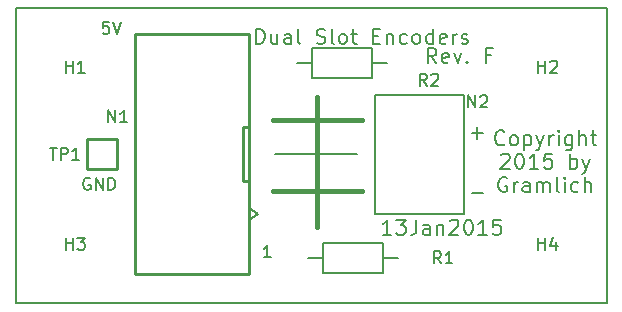
<source format=gto>
%FSLAX36Y36*%
G04 Gerber Fmt 3.6, Leading zero omitted, Abs format (unit inch)*
G04 Created by KiCad (PCBNEW (2014-jul-16 BZR unknown)-product) date Tue 13 Jan 2015 02:04:58 PM PST*
%MOIN*%
G01*
G04 APERTURE LIST*
%ADD10C,0.003937*%
%ADD11C,0.008000*%
%ADD12C,0.015748*%
%ADD13C,0.007874*%
%ADD14C,0.005906*%
%ADD15C,0.010000*%
G04 APERTURE END LIST*
D10*
D11*
X5187952Y-4692619D02*
X5159381Y-4692619D01*
X5173667Y-4692619D02*
X5173667Y-4642619D01*
X5168905Y-4649762D01*
X5164143Y-4654524D01*
X5159381Y-4656905D01*
X5204619Y-4642619D02*
X5235571Y-4642619D01*
X5218905Y-4661667D01*
X5226048Y-4661667D01*
X5230810Y-4664048D01*
X5233190Y-4666429D01*
X5235571Y-4671190D01*
X5235571Y-4683095D01*
X5233190Y-4687857D01*
X5230810Y-4690238D01*
X5226048Y-4692619D01*
X5211762Y-4692619D01*
X5207000Y-4690238D01*
X5204619Y-4687857D01*
X5271286Y-4642619D02*
X5271286Y-4678333D01*
X5268905Y-4685476D01*
X5264143Y-4690238D01*
X5257000Y-4692619D01*
X5252238Y-4692619D01*
X5316524Y-4692619D02*
X5316524Y-4666429D01*
X5314143Y-4661667D01*
X5309381Y-4659286D01*
X5299857Y-4659286D01*
X5295095Y-4661667D01*
X5316524Y-4690238D02*
X5311762Y-4692619D01*
X5299857Y-4692619D01*
X5295095Y-4690238D01*
X5292714Y-4685476D01*
X5292714Y-4680714D01*
X5295095Y-4675952D01*
X5299857Y-4673571D01*
X5311762Y-4673571D01*
X5316524Y-4671190D01*
X5340333Y-4659286D02*
X5340333Y-4692619D01*
X5340333Y-4664048D02*
X5342714Y-4661667D01*
X5347476Y-4659286D01*
X5354619Y-4659286D01*
X5359381Y-4661667D01*
X5361762Y-4666429D01*
X5361762Y-4692619D01*
X5383191Y-4647381D02*
X5385571Y-4645000D01*
X5390333Y-4642619D01*
X5402238Y-4642619D01*
X5407000Y-4645000D01*
X5409381Y-4647381D01*
X5411762Y-4652143D01*
X5411762Y-4656905D01*
X5409381Y-4664048D01*
X5380810Y-4692619D01*
X5411762Y-4692619D01*
X5442714Y-4642619D02*
X5447476Y-4642619D01*
X5452238Y-4645000D01*
X5454619Y-4647381D01*
X5457000Y-4652143D01*
X5459381Y-4661667D01*
X5459381Y-4673571D01*
X5457000Y-4683095D01*
X5454619Y-4687857D01*
X5452238Y-4690238D01*
X5447476Y-4692619D01*
X5442714Y-4692619D01*
X5437952Y-4690238D01*
X5435571Y-4687857D01*
X5433191Y-4683095D01*
X5430810Y-4673571D01*
X5430810Y-4661667D01*
X5433191Y-4652143D01*
X5435571Y-4647381D01*
X5437952Y-4645000D01*
X5442714Y-4642619D01*
X5507000Y-4692619D02*
X5478429Y-4692619D01*
X5492714Y-4692619D02*
X5492714Y-4642619D01*
X5487952Y-4649762D01*
X5483191Y-4654524D01*
X5478429Y-4656905D01*
X5552238Y-4642619D02*
X5528429Y-4642619D01*
X5526048Y-4666429D01*
X5528429Y-4664048D01*
X5533191Y-4661667D01*
X5545095Y-4661667D01*
X5549857Y-4664048D01*
X5552238Y-4666429D01*
X5554619Y-4671190D01*
X5554619Y-4683095D01*
X5552238Y-4687857D01*
X5549857Y-4690238D01*
X5545095Y-4692619D01*
X5533191Y-4692619D01*
X5528429Y-4690238D01*
X5526048Y-4687857D01*
X5075000Y-4425000D02*
X4800000Y-4425000D01*
X5494048Y-4553571D02*
X5455952Y-4553571D01*
X5494048Y-4353571D02*
X5455952Y-4353571D01*
X5475000Y-4372619D02*
X5475000Y-4334524D01*
X4246190Y-3983095D02*
X4227143Y-3983095D01*
X4225238Y-4002143D01*
X4227143Y-4000238D01*
X4230952Y-3998333D01*
X4240476Y-3998333D01*
X4244286Y-4000238D01*
X4246190Y-4002143D01*
X4248095Y-4005952D01*
X4248095Y-4015476D01*
X4246190Y-4019286D01*
X4244286Y-4021190D01*
X4240476Y-4023095D01*
X4230952Y-4023095D01*
X4227143Y-4021190D01*
X4225238Y-4019286D01*
X4259524Y-3983095D02*
X4272857Y-4023095D01*
X4286190Y-3983095D01*
X4183571Y-4505000D02*
X4179762Y-4503095D01*
X4174048Y-4503095D01*
X4168333Y-4505000D01*
X4164524Y-4508810D01*
X4162619Y-4512619D01*
X4160714Y-4520238D01*
X4160714Y-4525952D01*
X4162619Y-4533571D01*
X4164524Y-4537381D01*
X4168333Y-4541190D01*
X4174048Y-4543095D01*
X4177857Y-4543095D01*
X4183571Y-4541190D01*
X4185476Y-4539286D01*
X4185476Y-4525952D01*
X4177857Y-4525952D01*
X4202619Y-4543095D02*
X4202619Y-4503095D01*
X4225476Y-4543095D01*
X4225476Y-4503095D01*
X4244524Y-4543095D02*
X4244524Y-4503095D01*
X4254048Y-4503095D01*
X4259762Y-4505000D01*
X4263571Y-4508810D01*
X4265476Y-4512619D01*
X4267381Y-4520238D01*
X4267381Y-4525952D01*
X4265476Y-4533571D01*
X4263571Y-4537381D01*
X4259762Y-4541190D01*
X4254048Y-4543095D01*
X4244524Y-4543095D01*
X4786429Y-4768095D02*
X4763571Y-4768095D01*
X4775000Y-4768095D02*
X4775000Y-4728095D01*
X4771191Y-4733810D01*
X4767381Y-4737619D01*
X4763571Y-4739524D01*
D12*
X4793307Y-4311024D02*
X5088583Y-4311024D01*
D11*
X5564286Y-4389857D02*
X5561905Y-4392238D01*
X5554762Y-4394619D01*
X5550000Y-4394619D01*
X5542857Y-4392238D01*
X5538095Y-4387476D01*
X5535714Y-4382714D01*
X5533333Y-4373190D01*
X5533333Y-4366048D01*
X5535714Y-4356524D01*
X5538095Y-4351762D01*
X5542857Y-4347000D01*
X5550000Y-4344619D01*
X5554762Y-4344619D01*
X5561905Y-4347000D01*
X5564286Y-4349381D01*
X5592857Y-4394619D02*
X5588095Y-4392238D01*
X5585714Y-4389857D01*
X5583333Y-4385095D01*
X5583333Y-4370810D01*
X5585714Y-4366048D01*
X5588095Y-4363667D01*
X5592857Y-4361286D01*
X5600000Y-4361286D01*
X5604762Y-4363667D01*
X5607143Y-4366048D01*
X5609524Y-4370810D01*
X5609524Y-4385095D01*
X5607143Y-4389857D01*
X5604762Y-4392238D01*
X5600000Y-4394619D01*
X5592857Y-4394619D01*
X5630952Y-4361286D02*
X5630952Y-4411286D01*
X5630952Y-4363667D02*
X5635714Y-4361286D01*
X5645238Y-4361286D01*
X5650000Y-4363667D01*
X5652381Y-4366048D01*
X5654762Y-4370810D01*
X5654762Y-4385095D01*
X5652381Y-4389857D01*
X5650000Y-4392238D01*
X5645238Y-4394619D01*
X5635714Y-4394619D01*
X5630952Y-4392238D01*
X5671429Y-4361286D02*
X5683333Y-4394619D01*
X5695238Y-4361286D02*
X5683333Y-4394619D01*
X5678571Y-4406524D01*
X5676191Y-4408905D01*
X5671429Y-4411286D01*
X5714286Y-4394619D02*
X5714286Y-4361286D01*
X5714286Y-4370810D02*
X5716667Y-4366048D01*
X5719048Y-4363667D01*
X5723810Y-4361286D01*
X5728571Y-4361286D01*
X5745238Y-4394619D02*
X5745238Y-4361286D01*
X5745238Y-4344619D02*
X5742857Y-4347000D01*
X5745238Y-4349381D01*
X5747619Y-4347000D01*
X5745238Y-4344619D01*
X5745238Y-4349381D01*
X5790476Y-4361286D02*
X5790476Y-4401762D01*
X5788095Y-4406524D01*
X5785714Y-4408905D01*
X5780952Y-4411286D01*
X5773810Y-4411286D01*
X5769048Y-4408905D01*
X5790476Y-4392238D02*
X5785714Y-4394619D01*
X5776191Y-4394619D01*
X5771429Y-4392238D01*
X5769048Y-4389857D01*
X5766667Y-4385095D01*
X5766667Y-4370810D01*
X5769048Y-4366048D01*
X5771429Y-4363667D01*
X5776191Y-4361286D01*
X5785714Y-4361286D01*
X5790476Y-4363667D01*
X5814286Y-4394619D02*
X5814286Y-4344619D01*
X5835714Y-4394619D02*
X5835714Y-4368429D01*
X5833333Y-4363667D01*
X5828571Y-4361286D01*
X5821429Y-4361286D01*
X5816667Y-4363667D01*
X5814286Y-4366048D01*
X5852381Y-4361286D02*
X5871429Y-4361286D01*
X5859524Y-4344619D02*
X5859524Y-4387476D01*
X5861905Y-4392238D01*
X5866667Y-4394619D01*
X5871429Y-4394619D01*
X5553571Y-4427381D02*
X5555952Y-4425000D01*
X5560714Y-4422619D01*
X5572619Y-4422619D01*
X5577381Y-4425000D01*
X5579762Y-4427381D01*
X5582143Y-4432143D01*
X5582143Y-4436905D01*
X5579762Y-4444048D01*
X5551190Y-4472619D01*
X5582143Y-4472619D01*
X5613095Y-4422619D02*
X5617857Y-4422619D01*
X5622619Y-4425000D01*
X5625000Y-4427381D01*
X5627381Y-4432143D01*
X5629762Y-4441667D01*
X5629762Y-4453571D01*
X5627381Y-4463095D01*
X5625000Y-4467857D01*
X5622619Y-4470238D01*
X5617857Y-4472619D01*
X5613095Y-4472619D01*
X5608333Y-4470238D01*
X5605952Y-4467857D01*
X5603571Y-4463095D01*
X5601190Y-4453571D01*
X5601190Y-4441667D01*
X5603571Y-4432143D01*
X5605952Y-4427381D01*
X5608333Y-4425000D01*
X5613095Y-4422619D01*
X5677381Y-4472619D02*
X5648810Y-4472619D01*
X5663095Y-4472619D02*
X5663095Y-4422619D01*
X5658333Y-4429762D01*
X5653571Y-4434524D01*
X5648810Y-4436905D01*
X5722619Y-4422619D02*
X5698810Y-4422619D01*
X5696429Y-4446429D01*
X5698810Y-4444048D01*
X5703571Y-4441667D01*
X5715476Y-4441667D01*
X5720238Y-4444048D01*
X5722619Y-4446429D01*
X5725000Y-4451190D01*
X5725000Y-4463095D01*
X5722619Y-4467857D01*
X5720238Y-4470238D01*
X5715476Y-4472619D01*
X5703571Y-4472619D01*
X5698810Y-4470238D01*
X5696429Y-4467857D01*
X5784524Y-4472619D02*
X5784524Y-4422619D01*
X5784524Y-4441667D02*
X5789286Y-4439286D01*
X5798810Y-4439286D01*
X5803571Y-4441667D01*
X5805952Y-4444048D01*
X5808333Y-4448810D01*
X5808333Y-4463095D01*
X5805952Y-4467857D01*
X5803571Y-4470238D01*
X5798810Y-4472619D01*
X5789286Y-4472619D01*
X5784524Y-4470238D01*
X5825000Y-4439286D02*
X5836905Y-4472619D01*
X5848810Y-4439286D02*
X5836905Y-4472619D01*
X5832143Y-4484524D01*
X5829762Y-4486905D01*
X5825000Y-4489286D01*
X5572619Y-4503000D02*
X5567857Y-4500619D01*
X5560714Y-4500619D01*
X5553571Y-4503000D01*
X5548810Y-4507762D01*
X5546429Y-4512524D01*
X5544048Y-4522048D01*
X5544048Y-4529190D01*
X5546429Y-4538714D01*
X5548810Y-4543476D01*
X5553571Y-4548238D01*
X5560714Y-4550619D01*
X5565476Y-4550619D01*
X5572619Y-4548238D01*
X5575000Y-4545857D01*
X5575000Y-4529190D01*
X5565476Y-4529190D01*
X5596429Y-4550619D02*
X5596429Y-4517286D01*
X5596429Y-4526810D02*
X5598810Y-4522048D01*
X5601190Y-4519667D01*
X5605952Y-4517286D01*
X5610714Y-4517286D01*
X5648810Y-4550619D02*
X5648810Y-4524429D01*
X5646429Y-4519667D01*
X5641667Y-4517286D01*
X5632143Y-4517286D01*
X5627381Y-4519667D01*
X5648810Y-4548238D02*
X5644048Y-4550619D01*
X5632143Y-4550619D01*
X5627381Y-4548238D01*
X5625000Y-4543476D01*
X5625000Y-4538714D01*
X5627381Y-4533952D01*
X5632143Y-4531571D01*
X5644048Y-4531571D01*
X5648810Y-4529190D01*
X5672619Y-4550619D02*
X5672619Y-4517286D01*
X5672619Y-4522048D02*
X5675000Y-4519667D01*
X5679762Y-4517286D01*
X5686905Y-4517286D01*
X5691667Y-4519667D01*
X5694048Y-4524429D01*
X5694048Y-4550619D01*
X5694048Y-4524429D02*
X5696429Y-4519667D01*
X5701190Y-4517286D01*
X5708333Y-4517286D01*
X5713095Y-4519667D01*
X5715476Y-4524429D01*
X5715476Y-4550619D01*
X5746429Y-4550619D02*
X5741667Y-4548238D01*
X5739286Y-4543476D01*
X5739286Y-4500619D01*
X5765476Y-4550619D02*
X5765476Y-4517286D01*
X5765476Y-4500619D02*
X5763095Y-4503000D01*
X5765476Y-4505381D01*
X5767857Y-4503000D01*
X5765476Y-4500619D01*
X5765476Y-4505381D01*
X5810714Y-4548238D02*
X5805952Y-4550619D01*
X5796429Y-4550619D01*
X5791667Y-4548238D01*
X5789286Y-4545857D01*
X5786905Y-4541095D01*
X5786905Y-4526810D01*
X5789286Y-4522048D01*
X5791667Y-4519667D01*
X5796429Y-4517286D01*
X5805952Y-4517286D01*
X5810714Y-4519667D01*
X5832143Y-4550619D02*
X5832143Y-4500619D01*
X5853571Y-4550619D02*
X5853571Y-4524429D01*
X5851190Y-4519667D01*
X5846429Y-4517286D01*
X5839286Y-4517286D01*
X5834524Y-4519667D01*
X5832143Y-4522048D01*
X5337619Y-4120619D02*
X5320952Y-4096810D01*
X5309048Y-4120619D02*
X5309048Y-4070619D01*
X5328095Y-4070619D01*
X5332857Y-4073000D01*
X5335238Y-4075381D01*
X5337619Y-4080143D01*
X5337619Y-4087286D01*
X5335238Y-4092048D01*
X5332857Y-4094429D01*
X5328095Y-4096810D01*
X5309048Y-4096810D01*
X5378095Y-4118238D02*
X5373333Y-4120619D01*
X5363810Y-4120619D01*
X5359048Y-4118238D01*
X5356667Y-4113476D01*
X5356667Y-4094429D01*
X5359048Y-4089667D01*
X5363810Y-4087286D01*
X5373333Y-4087286D01*
X5378095Y-4089667D01*
X5380476Y-4094429D01*
X5380476Y-4099190D01*
X5356667Y-4103952D01*
X5397143Y-4087286D02*
X5409048Y-4120619D01*
X5420952Y-4087286D01*
X5440000Y-4115857D02*
X5442381Y-4118238D01*
X5440000Y-4120619D01*
X5437619Y-4118238D01*
X5440000Y-4115857D01*
X5440000Y-4120619D01*
X5518571Y-4094429D02*
X5501905Y-4094429D01*
X5501905Y-4120619D02*
X5501905Y-4070619D01*
X5525714Y-4070619D01*
X4737119Y-4056119D02*
X4737119Y-4006119D01*
X4749024Y-4006119D01*
X4756167Y-4008500D01*
X4760929Y-4013262D01*
X4763310Y-4018024D01*
X4765690Y-4027548D01*
X4765690Y-4034690D01*
X4763310Y-4044214D01*
X4760929Y-4048976D01*
X4756167Y-4053738D01*
X4749024Y-4056119D01*
X4737119Y-4056119D01*
X4808548Y-4022786D02*
X4808548Y-4056119D01*
X4787119Y-4022786D02*
X4787119Y-4048976D01*
X4789500Y-4053738D01*
X4794262Y-4056119D01*
X4801405Y-4056119D01*
X4806167Y-4053738D01*
X4808548Y-4051357D01*
X4853786Y-4056119D02*
X4853786Y-4029929D01*
X4851405Y-4025167D01*
X4846643Y-4022786D01*
X4837119Y-4022786D01*
X4832357Y-4025167D01*
X4853786Y-4053738D02*
X4849024Y-4056119D01*
X4837119Y-4056119D01*
X4832357Y-4053738D01*
X4829976Y-4048976D01*
X4829976Y-4044214D01*
X4832357Y-4039452D01*
X4837119Y-4037071D01*
X4849024Y-4037071D01*
X4853786Y-4034690D01*
X4884738Y-4056119D02*
X4879976Y-4053738D01*
X4877595Y-4048976D01*
X4877595Y-4006119D01*
X4939500Y-4053738D02*
X4946643Y-4056119D01*
X4958548Y-4056119D01*
X4963310Y-4053738D01*
X4965691Y-4051357D01*
X4968071Y-4046595D01*
X4968071Y-4041833D01*
X4965691Y-4037071D01*
X4963310Y-4034690D01*
X4958548Y-4032310D01*
X4949024Y-4029929D01*
X4944262Y-4027548D01*
X4941881Y-4025167D01*
X4939500Y-4020405D01*
X4939500Y-4015643D01*
X4941881Y-4010881D01*
X4944262Y-4008500D01*
X4949024Y-4006119D01*
X4960929Y-4006119D01*
X4968071Y-4008500D01*
X4996643Y-4056119D02*
X4991881Y-4053738D01*
X4989500Y-4048976D01*
X4989500Y-4006119D01*
X5022833Y-4056119D02*
X5018071Y-4053738D01*
X5015691Y-4051357D01*
X5013310Y-4046595D01*
X5013310Y-4032310D01*
X5015691Y-4027548D01*
X5018071Y-4025167D01*
X5022833Y-4022786D01*
X5029976Y-4022786D01*
X5034738Y-4025167D01*
X5037119Y-4027548D01*
X5039500Y-4032310D01*
X5039500Y-4046595D01*
X5037119Y-4051357D01*
X5034738Y-4053738D01*
X5029976Y-4056119D01*
X5022833Y-4056119D01*
X5053786Y-4022786D02*
X5072833Y-4022786D01*
X5060929Y-4006119D02*
X5060929Y-4048976D01*
X5063310Y-4053738D01*
X5068071Y-4056119D01*
X5072833Y-4056119D01*
X5127595Y-4029929D02*
X5144262Y-4029929D01*
X5151405Y-4056119D02*
X5127595Y-4056119D01*
X5127595Y-4006119D01*
X5151405Y-4006119D01*
X5172833Y-4022786D02*
X5172833Y-4056119D01*
X5172833Y-4027548D02*
X5175214Y-4025167D01*
X5179976Y-4022786D01*
X5187119Y-4022786D01*
X5191881Y-4025167D01*
X5194262Y-4029929D01*
X5194262Y-4056119D01*
X5239500Y-4053738D02*
X5234738Y-4056119D01*
X5225214Y-4056119D01*
X5220452Y-4053738D01*
X5218071Y-4051357D01*
X5215691Y-4046595D01*
X5215691Y-4032310D01*
X5218071Y-4027548D01*
X5220452Y-4025167D01*
X5225214Y-4022786D01*
X5234738Y-4022786D01*
X5239500Y-4025167D01*
X5268071Y-4056119D02*
X5263310Y-4053738D01*
X5260929Y-4051357D01*
X5258548Y-4046595D01*
X5258548Y-4032310D01*
X5260929Y-4027548D01*
X5263310Y-4025167D01*
X5268071Y-4022786D01*
X5275214Y-4022786D01*
X5279976Y-4025167D01*
X5282357Y-4027548D01*
X5284738Y-4032310D01*
X5284738Y-4046595D01*
X5282357Y-4051357D01*
X5279976Y-4053738D01*
X5275214Y-4056119D01*
X5268071Y-4056119D01*
X5327595Y-4056119D02*
X5327595Y-4006119D01*
X5327595Y-4053738D02*
X5322833Y-4056119D01*
X5313310Y-4056119D01*
X5308548Y-4053738D01*
X5306167Y-4051357D01*
X5303786Y-4046595D01*
X5303786Y-4032310D01*
X5306167Y-4027548D01*
X5308548Y-4025167D01*
X5313310Y-4022786D01*
X5322833Y-4022786D01*
X5327595Y-4025167D01*
X5370452Y-4053738D02*
X5365691Y-4056119D01*
X5356167Y-4056119D01*
X5351405Y-4053738D01*
X5349024Y-4048976D01*
X5349024Y-4029929D01*
X5351405Y-4025167D01*
X5356167Y-4022786D01*
X5365691Y-4022786D01*
X5370452Y-4025167D01*
X5372833Y-4029929D01*
X5372833Y-4034690D01*
X5349024Y-4039452D01*
X5394262Y-4056119D02*
X5394262Y-4022786D01*
X5394262Y-4032310D02*
X5396643Y-4027548D01*
X5399024Y-4025167D01*
X5403786Y-4022786D01*
X5408548Y-4022786D01*
X5422833Y-4053738D02*
X5427595Y-4056119D01*
X5437119Y-4056119D01*
X5441881Y-4053738D01*
X5444262Y-4048976D01*
X5444262Y-4046595D01*
X5441881Y-4041833D01*
X5437119Y-4039452D01*
X5429976Y-4039452D01*
X5425214Y-4037071D01*
X5422833Y-4032310D01*
X5422833Y-4029929D01*
X5425214Y-4025167D01*
X5429976Y-4022786D01*
X5437119Y-4022786D01*
X5441881Y-4025167D01*
D12*
X4793307Y-4547244D02*
X5088583Y-4547244D01*
X4940945Y-4232283D02*
X4940945Y-4665354D01*
D11*
X3937008Y-4921260D02*
X3937008Y-3937008D01*
X5905512Y-4921260D02*
X3937008Y-4921260D01*
X5905512Y-3937008D02*
X5905512Y-4921260D01*
X3937008Y-3937008D02*
X5905512Y-3937008D01*
D13*
X3937008Y-3937008D02*
X5905512Y-3937008D01*
D14*
X4960000Y-4770000D02*
X4910000Y-4770000D01*
X5160000Y-4770000D02*
X5210000Y-4770000D01*
X5160000Y-4820000D02*
X5160000Y-4720000D01*
X5160000Y-4720000D02*
X4960000Y-4720000D01*
X4960000Y-4720000D02*
X4960000Y-4820000D01*
X4960000Y-4820000D02*
X5160000Y-4820000D01*
X4925000Y-4120000D02*
X4875000Y-4120000D01*
X5125000Y-4120000D02*
X5175000Y-4120000D01*
X5125000Y-4170000D02*
X5125000Y-4070000D01*
X5125000Y-4070000D02*
X4925000Y-4070000D01*
X4925000Y-4070000D02*
X4925000Y-4170000D01*
X4925000Y-4170000D02*
X5125000Y-4170000D01*
D15*
X4175000Y-4375000D02*
X4175000Y-4475000D01*
X4175000Y-4475000D02*
X4275000Y-4475000D01*
X4275000Y-4475000D02*
X4275000Y-4375000D01*
X4275000Y-4375000D02*
X4175000Y-4375000D01*
D11*
X5134646Y-4621850D02*
X5429921Y-4621850D01*
X5429921Y-4621850D02*
X5429921Y-4228150D01*
X5429921Y-4228150D02*
X5134646Y-4228150D01*
X5134646Y-4228150D02*
X5134646Y-4621850D01*
D14*
X4745000Y-4625000D02*
X4715000Y-4645000D01*
X4745000Y-4625000D02*
X4715000Y-4605000D01*
D15*
X4715000Y-4335000D02*
X4695000Y-4335000D01*
X4695000Y-4335000D02*
X4695000Y-4515000D01*
X4695000Y-4515000D02*
X4715000Y-4515000D01*
X4335000Y-4825000D02*
X4335000Y-4025000D01*
X4335000Y-4025000D02*
X4715000Y-4025000D01*
X4715000Y-4025000D02*
X4715000Y-4825000D01*
X4715000Y-4825000D02*
X4335000Y-4825000D01*
D11*
X5353333Y-4788095D02*
X5340000Y-4769048D01*
X5330476Y-4788095D02*
X5330476Y-4748095D01*
X5345714Y-4748095D01*
X5349524Y-4750000D01*
X5351429Y-4751905D01*
X5353333Y-4755714D01*
X5353333Y-4761429D01*
X5351429Y-4765238D01*
X5349524Y-4767143D01*
X5345714Y-4769048D01*
X5330476Y-4769048D01*
X5391429Y-4788095D02*
X5368571Y-4788095D01*
X5380000Y-4788095D02*
X5380000Y-4748095D01*
X5376191Y-4753810D01*
X5372381Y-4757619D01*
X5368571Y-4759524D01*
X5306333Y-4195895D02*
X5293000Y-4176848D01*
X5283476Y-4195895D02*
X5283476Y-4155895D01*
X5298714Y-4155895D01*
X5302524Y-4157800D01*
X5304429Y-4159705D01*
X5306333Y-4163514D01*
X5306333Y-4169229D01*
X5304429Y-4173038D01*
X5302524Y-4174943D01*
X5298714Y-4176848D01*
X5283476Y-4176848D01*
X5321571Y-4159705D02*
X5323476Y-4157800D01*
X5327286Y-4155895D01*
X5336810Y-4155895D01*
X5340619Y-4157800D01*
X5342524Y-4159705D01*
X5344429Y-4163514D01*
X5344429Y-4167324D01*
X5342524Y-4173038D01*
X5319667Y-4195895D01*
X5344429Y-4195895D01*
X4049524Y-4403095D02*
X4072381Y-4403095D01*
X4060952Y-4443095D02*
X4060952Y-4403095D01*
X4085714Y-4443095D02*
X4085714Y-4403095D01*
X4100952Y-4403095D01*
X4104762Y-4405000D01*
X4106667Y-4406905D01*
X4108571Y-4410714D01*
X4108571Y-4416429D01*
X4106667Y-4420238D01*
X4104762Y-4422143D01*
X4100952Y-4424048D01*
X4085714Y-4424048D01*
X4146667Y-4443095D02*
X4123810Y-4443095D01*
X4135238Y-4443095D02*
X4135238Y-4403095D01*
X4131429Y-4408810D01*
X4127619Y-4412619D01*
X4123810Y-4414524D01*
X5444524Y-4268095D02*
X5444524Y-4228095D01*
X5467381Y-4268095D01*
X5467381Y-4228095D01*
X5484524Y-4231905D02*
X5486429Y-4230000D01*
X5490238Y-4228095D01*
X5499762Y-4228095D01*
X5503571Y-4230000D01*
X5505476Y-4231905D01*
X5507381Y-4235714D01*
X5507381Y-4239524D01*
X5505476Y-4245238D01*
X5482619Y-4268095D01*
X5507381Y-4268095D01*
X4244524Y-4318095D02*
X4244524Y-4278095D01*
X4267381Y-4318095D01*
X4267381Y-4278095D01*
X4307381Y-4318095D02*
X4284524Y-4318095D01*
X4295952Y-4318095D02*
X4295952Y-4278095D01*
X4292143Y-4283810D01*
X4288333Y-4287619D01*
X4284524Y-4289524D01*
X5678185Y-4742505D02*
X5678185Y-4702505D01*
X5678185Y-4721552D02*
X5701042Y-4721552D01*
X5701042Y-4742505D02*
X5701042Y-4702505D01*
X5737233Y-4715838D02*
X5737233Y-4742505D01*
X5727709Y-4700600D02*
X5718185Y-4729171D01*
X5742947Y-4729171D01*
X4103382Y-4742505D02*
X4103382Y-4702505D01*
X4103382Y-4721552D02*
X4126239Y-4721552D01*
X4126239Y-4742505D02*
X4126239Y-4702505D01*
X4141477Y-4702505D02*
X4166239Y-4702505D01*
X4152906Y-4717743D01*
X4158620Y-4717743D01*
X4162430Y-4719648D01*
X4164334Y-4721552D01*
X4166239Y-4725362D01*
X4166239Y-4734886D01*
X4164334Y-4738695D01*
X4162430Y-4740600D01*
X4158620Y-4742505D01*
X4147192Y-4742505D01*
X4143382Y-4740600D01*
X4141477Y-4738695D01*
X5678185Y-4151954D02*
X5678185Y-4111954D01*
X5678185Y-4131001D02*
X5701042Y-4131001D01*
X5701042Y-4151954D02*
X5701042Y-4111954D01*
X5718185Y-4115763D02*
X5720090Y-4113858D01*
X5723900Y-4111954D01*
X5733423Y-4111954D01*
X5737233Y-4113858D01*
X5739138Y-4115763D01*
X5741042Y-4119573D01*
X5741042Y-4123382D01*
X5739138Y-4129096D01*
X5716280Y-4151954D01*
X5741042Y-4151954D01*
X4103382Y-4151954D02*
X4103382Y-4111954D01*
X4103382Y-4131001D02*
X4126239Y-4131001D01*
X4126239Y-4151954D02*
X4126239Y-4111954D01*
X4166239Y-4151954D02*
X4143382Y-4151954D01*
X4154811Y-4151954D02*
X4154811Y-4111954D01*
X4151001Y-4117668D01*
X4147192Y-4121477D01*
X4143382Y-4123382D01*
M02*

</source>
